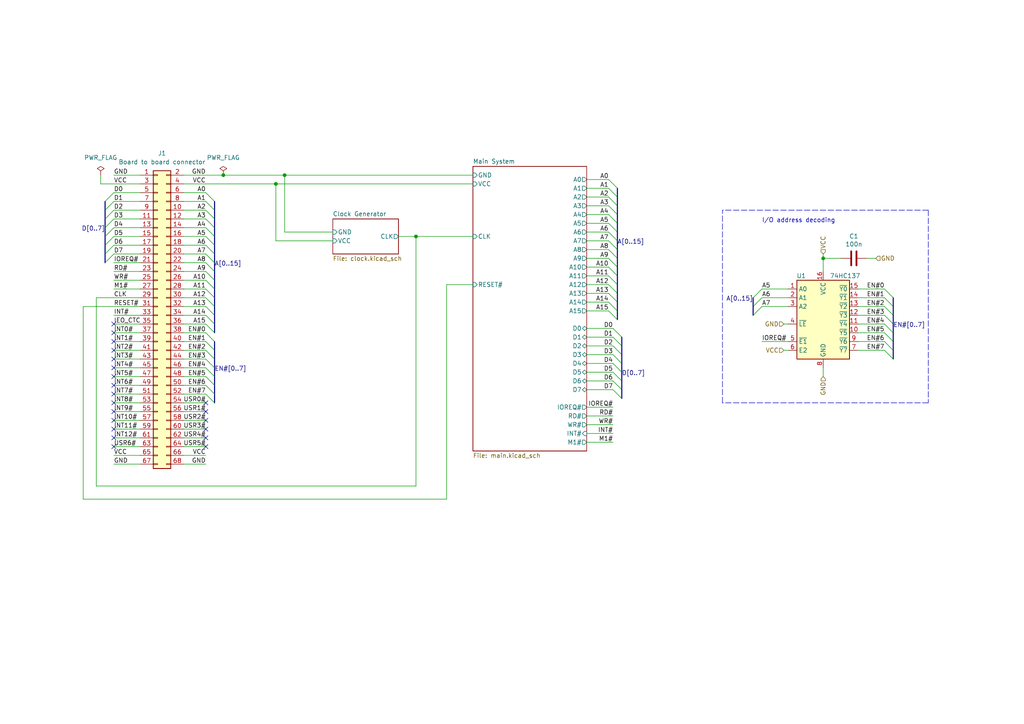
<source format=kicad_sch>
(kicad_sch (version 20231120) (generator "eeschema") (generator_version "8.0")
  (paper "A4")
  (title_block (title "ZComputer - Main Board") (date "2024-06-10") (rev "v0.1") (company "Maxime Chretien") (comment 1 "mchretien@linuxmail.org"))
  (lib_symbols
    (symbol "74xx:74HC137"
      (property "Reference" "U" (at -7.62 13.97 0))
      (property "Value" "74HC137" (at 2.54 -11.43 0))
      (symbol "74HC137_0_1"
        (rectangle (start -7.62 12.7) (end 7.62 -10.16) (stroke (width 0.254)) (fill (type background)))
      )
      (symbol "74HC137_1_1"
        (pin input line (at -10.16 10.16 0) (length 2.54) (name "A0") (number "1"))
        (pin output line (at 10.16 -2.54 180) (length 2.54) (name "~{Y5}") (number "10"))
        (pin output line (at 10.16 0 180) (length 2.54) (name "~{Y4}") (number "11"))
        (pin output line (at 10.16 2.54 180) (length 2.54) (name "~{Y3}") (number "12"))
        (pin output line (at 10.16 5.08 180) (length 2.54) (name "~{Y2}") (number "13"))
        (pin output line (at 10.16 7.62 180) (length 2.54) (name "~{Y1}") (number "14"))
        (pin output line (at 10.16 10.16 180) (length 2.54) (name "~{Y0}") (number "15"))
        (pin power_in line (at 0 15.24 270) (length 2.54) (name "VCC") (number "16"))
        (pin input line (at -10.16 7.62 0) (length 2.54) (name "A1") (number "2"))
        (pin input line (at -10.16 5.08 0) (length 2.54) (name "A2") (number "3"))
        (pin input line (at -10.16 0 0) (length 2.54) (name "~{LE}") (number "4"))
        (pin input line (at -10.16 -5.08 0) (length 2.54) (name "~{E1}") (number "5"))
        (pin input line (at -10.16 -7.62 0) (length 2.54) (name "E2") (number "6"))
        (pin output line (at 10.16 -7.62 180) (length 2.54) (name "~{Y7}") (number "7"))
        (pin power_in line (at 0 -12.7 90) (length 2.54) (name "GND") (number "8"))
        (pin output line (at 10.16 -5.08 180) (length 2.54) (name "~{Y6}") (number "9"))
      )
    )
    (symbol "Connector_Generic:Conn_02x34_Odd_Even" (pin_names (offset 1.016) hide)
      (property "Reference" "J" (at 1.27 43.18 0))
      (property "Value" "Conn_02x34_Odd_Even" (at 1.27 -45.72 0))
      (symbol "Conn_02x34_Odd_Even_1_1"
        (rectangle (start -1.27 -43.053) (end 0 -43.307) (stroke (width 0.1524)))
        (rectangle (start -1.27 -40.513) (end 0 -40.767) (stroke (width 0.1524)))
        (rectangle (start -1.27 -37.973) (end 0 -38.227) (stroke (width 0.1524)))
        (rectangle (start -1.27 -35.433) (end 0 -35.687) (stroke (width 0.1524)))
        (rectangle (start -1.27 -32.893) (end 0 -33.147) (stroke (width 0.1524)))
        (rectangle (start -1.27 -30.353) (end 0 -30.607) (stroke (width 0.1524)))
        (rectangle (start -1.27 -27.813) (end 0 -28.067) (stroke (width 0.1524)))
        (rectangle (start -1.27 -25.273) (end 0 -25.527) (stroke (width 0.1524)))
        (rectangle (start -1.27 -22.733) (end 0 -22.987) (stroke (width 0.1524)))
        (rectangle (start -1.27 -20.193) (end 0 -20.447) (stroke (width 0.1524)))
        (rectangle (start -1.27 -17.653) (end 0 -17.907) (stroke (width 0.1524)))
        (rectangle (start -1.27 -15.113) (end 0 -15.367) (stroke (width 0.1524)))
        (rectangle (start -1.27 -12.573) (end 0 -12.827) (stroke (width 0.1524)))
        (rectangle (start -1.27 -10.033) (end 0 -10.287) (stroke (width 0.1524)))
        (rectangle (start -1.27 -7.493) (end 0 -7.747) (stroke (width 0.1524)))
        (rectangle (start -1.27 -4.953) (end 0 -5.207) (stroke (width 0.1524)))
        (rectangle (start -1.27 -2.413) (end 0 -2.667) (stroke (width 0.1524)))
        (rectangle (start -1.27 0.127) (end 0 -0.127) (stroke (width 0.1524)))
        (rectangle (start -1.27 2.667) (end 0 2.413) (stroke (width 0.1524)))
        (rectangle (start -1.27 5.207) (end 0 4.953) (stroke (width 0.1524)))
        (rectangle (start -1.27 7.747) (end 0 7.493) (stroke (width 0.1524)))
        (rectangle (start -1.27 10.287) (end 0 10.033) (stroke (width 0.1524)))
        (rectangle (start -1.27 12.827) (end 0 12.573) (stroke (width 0.1524)))
        (rectangle (start -1.27 15.367) (end 0 15.113) (stroke (width 0.1524)))
        (rectangle (start -1.27 17.907) (end 0 17.653) (stroke (width 0.1524)))
        (rectangle (start -1.27 20.447) (end 0 20.193) (stroke (width 0.1524)))
        (rectangle (start -1.27 22.987) (end 0 22.733) (stroke (width 0.1524)))
        (rectangle (start -1.27 25.527) (end 0 25.273) (stroke (width 0.1524)))
        (rectangle (start -1.27 28.067) (end 0 27.813) (stroke (width 0.1524)))
        (rectangle (start -1.27 30.607) (end 0 30.353) (stroke (width 0.1524)))
        (rectangle (start -1.27 33.147) (end 0 32.893) (stroke (width 0.1524)))
        (rectangle (start -1.27 35.687) (end 0 35.433) (stroke (width 0.1524)))
        (rectangle (start -1.27 38.227) (end 0 37.973) (stroke (width 0.1524)))
        (rectangle (start -1.27 40.767) (end 0 40.513) (stroke (width 0.1524)))
        (rectangle (start -1.27 41.91) (end 3.81 -44.45) (stroke (width 0.254)) (fill (type background)))
        (rectangle (start 3.81 -43.053) (end 2.54 -43.307) (stroke (width 0.1524)))
        (rectangle (start 3.81 -40.513) (end 2.54 -40.767) (stroke (width 0.1524)))
        (rectangle (start 3.81 -37.973) (end 2.54 -38.227) (stroke (width 0.1524)))
        (rectangle (start 3.81 -35.433) (end 2.54 -35.687) (stroke (width 0.1524)))
        (rectangle (start 3.81 -32.893) (end 2.54 -33.147) (stroke (width 0.1524)))
        (rectangle (start 3.81 -30.353) (end 2.54 -30.607) (stroke (width 0.1524)))
        (rectangle (start 3.81 -27.813) (end 2.54 -28.067) (stroke (width 0.1524)))
        (rectangle (start 3.81 -25.273) (end 2.54 -25.527) (stroke (width 0.1524)))
        (rectangle (start 3.81 -22.733) (end 2.54 -22.987) (stroke (width 0.1524)))
        (rectangle (start 3.81 -20.193) (end 2.54 -20.447) (stroke (width 0.1524)))
        (rectangle (start 3.81 -17.653) (end 2.54 -17.907) (stroke (width 0.1524)))
        (rectangle (start 3.81 -15.113) (end 2.54 -15.367) (stroke (width 0.1524)))
        (rectangle (start 3.81 -12.573) (end 2.54 -12.827) (stroke (width 0.1524)))
        (rectangle (start 3.81 -10.033) (end 2.54 -10.287) (stroke (width 0.1524)))
        (rectangle (start 3.81 -7.493) (end 2.54 -7.747) (stroke (width 0.1524)))
        (rectangle (start 3.81 -4.953) (end 2.54 -5.207) (stroke (width 0.1524)))
        (rectangle (start 3.81 -2.413) (end 2.54 -2.667) (stroke (width 0.1524)))
        (rectangle (start 3.81 0.127) (end 2.54 -0.127) (stroke (width 0.1524)))
        (rectangle (start 3.81 2.667) (end 2.54 2.413) (stroke (width 0.1524)))
        (rectangle (start 3.81 5.207) (end 2.54 4.953) (stroke (width 0.1524)))
        (rectangle (start 3.81 7.747) (end 2.54 7.493) (stroke (width 0.1524)))
        (rectangle (start 3.81 10.287) (end 2.54 10.033) (stroke (width 0.1524)))
        (rectangle (start 3.81 12.827) (end 2.54 12.573) (stroke (width 0.1524)))
        (rectangle (start 3.81 15.367) (end 2.54 15.113) (stroke (width 0.1524)))
        (rectangle (start 3.81 17.907) (end 2.54 17.653) (stroke (width 0.1524)))
        (rectangle (start 3.81 20.447) (end 2.54 20.193) (stroke (width 0.1524)))
        (rectangle (start 3.81 22.987) (end 2.54 22.733) (stroke (width 0.1524)))
        (rectangle (start 3.81 25.527) (end 2.54 25.273) (stroke (width 0.1524)))
        (rectangle (start 3.81 28.067) (end 2.54 27.813) (stroke (width 0.1524)))
        (rectangle (start 3.81 30.607) (end 2.54 30.353) (stroke (width 0.1524)))
        (rectangle (start 3.81 33.147) (end 2.54 32.893) (stroke (width 0.1524)))
        (rectangle (start 3.81 35.687) (end 2.54 35.433) (stroke (width 0.1524)))
        (rectangle (start 3.81 38.227) (end 2.54 37.973) (stroke (width 0.1524)))
        (rectangle (start 3.81 40.767) (end 2.54 40.513) (stroke (width 0.1524)))
        (pin passive line (at -5.08 40.64 0) (length 3.81) (name "Pin_1") (number "1"))
        (pin passive line (at 7.62 30.48 180) (length 3.81) (name "Pin_10") (number "10"))
        (pin passive line (at -5.08 27.94 0) (length 3.81) (name "Pin_11") (number "11"))
        (pin passive line (at 7.62 27.94 180) (length 3.81) (name "Pin_12") (number "12"))
        (pin passive line (at -5.08 25.4 0) (length 3.81) (name "Pin_13") (number "13"))
        (pin passive line (at 7.62 25.4 180) (length 3.81) (name "Pin_14") (number "14"))
        (pin passive line (at -5.08 22.86 0) (length 3.81) (name "Pin_15") (number "15"))
        (pin passive line (at 7.62 22.86 180) (length 3.81) (name "Pin_16") (number "16"))
        (pin passive line (at -5.08 20.32 0) (length 3.81) (name "Pin_17") (number "17"))
        (pin passive line (at 7.62 20.32 180) (length 3.81) (name "Pin_18") (number "18"))
        (pin passive line (at -5.08 17.78 0) (length 3.81) (name "Pin_19") (number "19"))
        (pin passive line (at 7.62 40.64 180) (length 3.81) (name "Pin_2") (number "2"))
        (pin passive line (at 7.62 17.78 180) (length 3.81) (name "Pin_20") (number "20"))
        (pin passive line (at -5.08 15.24 0) (length 3.81) (name "Pin_21") (number "21"))
        (pin passive line (at 7.62 15.24 180) (length 3.81) (name "Pin_22") (number "22"))
        (pin passive line (at -5.08 12.7 0) (length 3.81) (name "Pin_23") (number "23"))
        (pin passive line (at 7.62 12.7 180) (length 3.81) (name "Pin_24") (number "24"))
        (pin passive line (at -5.08 10.16 0) (length 3.81) (name "Pin_25") (number "25"))
        (pin passive line (at 7.62 10.16 180) (length 3.81) (name "Pin_26") (number "26"))
        (pin passive line (at -5.08 7.62 0) (length 3.81) (name "Pin_27") (number "27"))
        (pin passive line (at 7.62 7.62 180) (length 3.81) (name "Pin_28") (number "28"))
        (pin passive line (at -5.08 5.08 0) (length 3.81) (name "Pin_29") (number "29"))
        (pin passive line (at -5.08 38.1 0) (length 3.81) (name "Pin_3") (number "3"))
        (pin passive line (at 7.62 5.08 180) (length 3.81) (name "Pin_30") (number "30"))
        (pin passive line (at -5.08 2.54 0) (length 3.81) (name "Pin_31") (number "31"))
        (pin passive line (at 7.62 2.54 180) (length 3.81) (name "Pin_32") (number "32"))
        (pin passive line (at -5.08 0 0) (length 3.81) (name "Pin_33") (number "33"))
        (pin passive line (at 7.62 0 180) (length 3.81) (name "Pin_34") (number "34"))
        (pin passive line (at -5.08 -2.54 0) (length 3.81) (name "Pin_35") (number "35"))
        (pin passive line (at 7.62 -2.54 180) (length 3.81) (name "Pin_36") (number "36"))
        (pin passive line (at -5.08 -5.08 0) (length 3.81) (name "Pin_37") (number "37"))
        (pin passive line (at 7.62 -5.08 180) (length 3.81) (name "Pin_38") (number "38"))
        (pin passive line (at -5.08 -7.62 0) (length 3.81) (name "Pin_39") (number "39"))
        (pin passive line (at 7.62 38.1 180) (length 3.81) (name "Pin_4") (number "4"))
        (pin passive line (at 7.62 -7.62 180) (length 3.81) (name "Pin_40") (number "40"))
        (pin passive line (at -5.08 -10.16 0) (length 3.81) (name "Pin_41") (number "41"))
        (pin passive line (at 7.62 -10.16 180) (length 3.81) (name "Pin_42") (number "42"))
        (pin passive line (at -5.08 -12.7 0) (length 3.81) (name "Pin_43") (number "43"))
        (pin passive line (at 7.62 -12.7 180) (length 3.81) (name "Pin_44") (number "44"))
        (pin passive line (at -5.08 -15.24 0) (length 3.81) (name "Pin_45") (number "45"))
        (pin passive line (at 7.62 -15.24 180) (length 3.81) (name "Pin_46") (number "46"))
        (pin passive line (at -5.08 -17.78 0) (length 3.81) (name "Pin_47") (number "47"))
        (pin passive line (at 7.62 -17.78 180) (length 3.81) (name "Pin_48") (number "48"))
        (pin passive line (at -5.08 -20.32 0) (length 3.81) (name "Pin_49") (number "49"))
        (pin passive line (at -5.08 35.56 0) (length 3.81) (name "Pin_5") (number "5"))
        (pin passive line (at 7.62 -20.32 180) (length 3.81) (name "Pin_50") (number "50"))
        (pin passive line (at -5.08 -22.86 0) (length 3.81) (name "Pin_51") (number "51"))
        (pin passive line (at 7.62 -22.86 180) (length 3.81) (name "Pin_52") (number "52"))
        (pin passive line (at -5.08 -25.4 0) (length 3.81) (name "Pin_53") (number "53"))
        (pin passive line (at 7.62 -25.4 180) (length 3.81) (name "Pin_54") (number "54"))
        (pin passive line (at -5.08 -27.94 0) (length 3.81) (name "Pin_55") (number "55"))
        (pin passive line (at 7.62 -27.94 180) (length 3.81) (name "Pin_56") (number "56"))
        (pin passive line (at -5.08 -30.48 0) (length 3.81) (name "Pin_57") (number "57"))
        (pin passive line (at 7.62 -30.48 180) (length 3.81) (name "Pin_58") (number "58"))
        (pin passive line (at -5.08 -33.02 0) (length 3.81) (name "Pin_59") (number "59"))
        (pin passive line (at 7.62 35.56 180) (length 3.81) (name "Pin_6") (number "6"))
        (pin passive line (at 7.62 -33.02 180) (length 3.81) (name "Pin_60") (number "60"))
        (pin passive line (at -5.08 -35.56 0) (length 3.81) (name "Pin_61") (number "61"))
        (pin passive line (at 7.62 -35.56 180) (length 3.81) (name "Pin_62") (number "62"))
        (pin passive line (at -5.08 -38.1 0) (length 3.81) (name "Pin_63") (number "63"))
        (pin passive line (at 7.62 -38.1 180) (length 3.81) (name "Pin_64") (number "64"))
        (pin passive line (at -5.08 -40.64 0) (length 3.81) (name "Pin_65") (number "65"))
        (pin passive line (at 7.62 -40.64 180) (length 3.81) (name "Pin_66") (number "66"))
        (pin passive line (at -5.08 -43.18 0) (length 3.81) (name "Pin_67") (number "67"))
        (pin passive line (at 7.62 -43.18 180) (length 3.81) (name "Pin_68") (number "68"))
        (pin passive line (at -5.08 33.02 0) (length 3.81) (name "Pin_7") (number "7"))
        (pin passive line (at 7.62 33.02 180) (length 3.81) (name "Pin_8") (number "8"))
        (pin passive line (at -5.08 30.48 0) (length 3.81) (name "Pin_9") (number "9"))
      )
    )
    (symbol "Device:C" (pin_numbers hide) (pin_names (offset 0.254))
      (property "Reference" "C" (at 0.635 2.54 0))
      (property "Value" "C" (at 0.635 -2.54 0))
      (symbol "C_0_1"
        (polyline (pts (xy -2.032 -0.762) (xy 2.032 -0.762)) (stroke (width 0.508)))
        (polyline (pts (xy -2.032 0.762) (xy 2.032 0.762)) (stroke (width 0.508)))
      )
      (symbol "C_1_1"
        (pin passive line (at 0 3.81 270) (length 2.794) (name "~") (number "1"))
        (pin passive line (at 0 -3.81 90) (length 2.794) (name "~") (number "2"))
      )
    )
    (symbol "power:PWR_FLAG" (power) (pin_numbers hide) (pin_names (offset 0) hide)
      (property "Value" "PWR_FLAG" (at 0 3.81 0))
      (symbol "PWR_FLAG_0_0"
        (pin power_out line (at 0 0 90) (length 0) (name "~") (number "1"))
      )
      (symbol "PWR_FLAG_0_1"
        (polyline (pts (xy 0 0) (xy 0 1.27) (xy -1.016 1.905) (xy 0 2.54) (xy 1.016 1.905) (xy 0 1.27)))
      )
    )
  )
  (junction (at 82.55 50.8))
  (junction (at 238.76 74.93))
  (junction (at 120.65 68.58))
  (junction (at 64.77 50.8))
  (junction (at 80.01 53.34))
  (no_connect (at 33.02 93.98))
  (no_connect (at 59.69 124.46))
  (no_connect (at 33.02 119.38))
  (no_connect (at 33.02 124.46))
  (no_connect (at 33.02 104.14))
  (no_connect (at 33.02 129.54))
  (no_connect (at 59.69 121.92))
  (no_connect (at 33.02 109.22))
  (no_connect (at 33.02 111.76))
  (no_connect (at 33.02 99.06))
  (no_connect (at 59.69 116.84))
  (no_connect (at 33.02 114.3))
  (no_connect (at 33.02 106.68))
  (no_connect (at 33.02 96.52))
  (no_connect (at 33.02 101.6))
  (no_connect (at 59.69 119.38))
  (no_connect (at 59.69 127))
  (no_connect (at 33.02 116.84))
  (no_connect (at 33.02 127))
  (no_connect (at 33.02 121.92))
  (no_connect (at 59.69 129.54))
  (bus_entry (at 256.54 88.9) (size 2.54 2.54))
  (bus_entry (at 59.69 73.66) (size 2.54 2.54))
  (bus_entry (at 176.53 54.61) (size 2.54 2.54))
  (bus_entry (at 59.69 83.82) (size 2.54 2.54))
  (bus_entry (at 30.48 76.2) (size 2.54 -2.54))
  (bus_entry (at 256.54 96.52) (size 2.54 2.54))
  (bus_entry (at 59.69 68.58) (size 2.54 2.54))
  (bus_entry (at 256.54 93.98) (size 2.54 2.54))
  (bus_entry (at 176.53 59.69) (size 2.54 2.54))
  (bus_entry (at 180.34 113.03) (size -2.54 -2.54))
  (bus_entry (at 220.98 86.36) (size -2.54 2.54))
  (bus_entry (at 59.69 114.3) (size 2.54 2.54))
  (bus_entry (at 176.53 72.39) (size 2.54 2.54))
  (bus_entry (at 59.69 101.6) (size 2.54 2.54))
  (bus_entry (at 256.54 83.82) (size 2.54 2.54))
  (bus_entry (at 59.69 66.04) (size 2.54 2.54))
  (bus_entry (at 30.48 60.96) (size 2.54 -2.54))
  (bus_entry (at 59.69 71.12) (size 2.54 2.54))
  (bus_entry (at 176.53 64.77) (size 2.54 2.54))
  (bus_entry (at 176.53 69.85) (size 2.54 2.54))
  (bus_entry (at 30.48 63.5) (size 2.54 -2.54))
  (bus_entry (at 176.53 52.07) (size 2.54 2.54))
  (bus_entry (at 176.53 77.47) (size 2.54 2.54))
  (bus_entry (at 59.69 88.9) (size 2.54 2.54))
  (bus_entry (at 59.69 86.36) (size 2.54 2.54))
  (bus_entry (at 30.48 68.58) (size 2.54 -2.54))
  (bus_entry (at 59.69 104.14) (size 2.54 2.54))
  (bus_entry (at 176.53 87.63) (size 2.54 2.54))
  (bus_entry (at 180.34 100.33) (size -2.54 -2.54))
  (bus_entry (at 176.53 62.23) (size 2.54 2.54))
  (bus_entry (at 180.34 97.79) (size -2.54 -2.54))
  (bus_entry (at 30.48 66.04) (size 2.54 -2.54))
  (bus_entry (at 30.48 73.66) (size 2.54 -2.54))
  (bus_entry (at 176.53 67.31) (size 2.54 2.54))
  (bus_entry (at 59.69 91.44) (size 2.54 2.54))
  (bus_entry (at 180.34 115.57) (size -2.54 -2.54))
  (bus_entry (at 176.53 80.01) (size 2.54 2.54))
  (bus_entry (at 176.53 74.93) (size 2.54 2.54))
  (bus_entry (at 176.53 82.55) (size 2.54 2.54))
  (bus_entry (at 180.34 105.41) (size -2.54 -2.54))
  (bus_entry (at 59.69 55.88) (size 2.54 2.54))
  (bus_entry (at 59.69 58.42) (size 2.54 2.54))
  (bus_entry (at 256.54 91.44) (size 2.54 2.54))
  (bus_entry (at 59.69 78.74) (size 2.54 2.54))
  (bus_entry (at 59.69 81.28) (size 2.54 2.54))
  (bus_entry (at 59.69 109.22) (size 2.54 2.54))
  (bus_entry (at 176.53 57.15) (size 2.54 2.54))
  (bus_entry (at 59.69 60.96) (size 2.54 2.54))
  (bus_entry (at 176.53 90.17) (size 2.54 2.54))
  (bus_entry (at 59.69 106.68) (size 2.54 2.54))
  (bus_entry (at 59.69 99.06) (size 2.54 2.54))
  (bus_entry (at 59.69 63.5) (size 2.54 2.54))
  (bus_entry (at 256.54 86.36) (size 2.54 2.54))
  (bus_entry (at 256.54 101.6) (size 2.54 2.54))
  (bus_entry (at 59.69 96.52) (size 2.54 2.54))
  (bus_entry (at 256.54 99.06) (size 2.54 2.54))
  (bus_entry (at 180.34 107.95) (size -2.54 -2.54))
  (bus_entry (at 30.48 71.12) (size 2.54 -2.54))
  (bus_entry (at 59.69 76.2) (size 2.54 2.54))
  (bus_entry (at 220.98 88.9) (size -2.54 2.54))
  (bus_entry (at 59.69 93.98) (size 2.54 2.54))
  (bus_entry (at 30.48 58.42) (size 2.54 -2.54))
  (bus_entry (at 220.98 83.82) (size -2.54 2.54))
  (bus_entry (at 180.34 102.87) (size -2.54 -2.54))
  (bus_entry (at 180.34 110.49) (size -2.54 -2.54))
  (bus_entry (at 59.69 111.76) (size 2.54 2.54))
  (bus_entry (at 176.53 85.09) (size 2.54 2.54))
  (wire (pts (xy 33.02 114.3) (xy 40.64 114.3)))
  (bus (pts (xy 62.23 60.96) (xy 62.23 63.5)))
  (wire (pts (xy 53.34 83.82) (xy 59.69 83.82)))
  (wire (pts (xy 33.02 109.22) (xy 40.64 109.22)))
  (bus (pts (xy 259.08 86.36) (xy 259.08 88.9)))
  (bus (pts (xy 259.08 93.98) (xy 259.08 96.52)))
  (wire (pts (xy 53.34 116.84) (xy 59.69 116.84)))
  (wire (pts (xy 33.02 71.12) (xy 40.64 71.12)))
  (bus (pts (xy 180.34 102.87) (xy 180.34 105.41)))
  (wire (pts (xy 170.18 57.15) (xy 176.53 57.15)))
  (bus (pts (xy 179.07 80.01) (xy 179.07 82.55)))
  (bus (pts (xy 62.23 93.98) (xy 62.23 96.52)))
  (wire (pts (xy 228.6 83.82) (xy 220.98 83.82)))
  (wire (pts (xy 243.84 74.93) (xy 238.76 74.93)))
  (wire (pts (xy 177.8 97.79) (xy 170.18 97.79)))
  (wire (pts (xy 248.92 101.6) (xy 256.54 101.6)))
  (wire (pts (xy 170.18 69.85) (xy 176.53 69.85)))
  (wire (pts (xy 228.6 88.9) (xy 220.98 88.9)))
  (wire (pts (xy 227.33 93.98) (xy 228.6 93.98)))
  (bus (pts (xy 179.07 87.63) (xy 179.07 90.17)))
  (wire (pts (xy 27.94 86.36) (xy 40.64 86.36)))
  (wire (pts (xy 53.34 101.6) (xy 59.69 101.6)))
  (bus (pts (xy 62.23 83.82) (xy 62.23 86.36)))
  (wire (pts (xy 53.34 129.54) (xy 59.69 129.54)))
  (wire (pts (xy 170.18 52.07) (xy 176.53 52.07)))
  (wire (pts (xy 82.55 50.8) (xy 137.16 50.8)))
  (bus (pts (xy 30.48 66.04) (xy 30.48 68.58)))
  (bus (pts (xy 179.07 67.31) (xy 179.07 69.85)))
  (wire (pts (xy 248.92 86.36) (xy 256.54 86.36)))
  (wire (pts (xy 27.94 140.97) (xy 27.94 86.36)))
  (wire (pts (xy 228.6 86.36) (xy 220.98 86.36)))
  (wire (pts (xy 170.18 118.11) (xy 177.8 118.11)))
  (bus (pts (xy 62.23 58.42) (xy 62.23 60.96)))
  (wire (pts (xy 53.34 114.3) (xy 59.69 114.3)))
  (bus (pts (xy 180.34 113.03) (xy 180.34 115.57)))
  (bus (pts (xy 62.23 106.68) (xy 62.23 109.22)))
  (wire (pts (xy 64.77 50.8) (xy 82.55 50.8)))
  (bus (pts (xy 30.48 63.5) (xy 30.48 66.04)))
  (bus (pts (xy 179.07 64.77) (xy 179.07 67.31)))
  (wire (pts (xy 33.02 68.58) (xy 40.64 68.58)))
  (wire (pts (xy 33.02 111.76) (xy 40.64 111.76)))
  (wire (pts (xy 53.34 58.42) (xy 59.69 58.42)))
  (wire (pts (xy 170.18 123.19) (xy 177.8 123.19)))
  (bus (pts (xy 179.07 72.39) (xy 179.07 74.93)))
  (wire (pts (xy 33.02 116.84) (xy 40.64 116.84)))
  (wire (pts (xy 170.18 85.09) (xy 176.53 85.09)))
  (wire (pts (xy 33.02 134.62) (xy 40.64 134.62)))
  (bus (pts (xy 62.23 114.3) (xy 62.23 116.84)))
  (bus (pts (xy 218.44 86.36) (xy 218.44 88.9)))
  (wire (pts (xy 53.34 111.76) (xy 59.69 111.76)))
  (wire (pts (xy 33.02 91.44) (xy 40.64 91.44)))
  (bus (pts (xy 62.23 63.5) (xy 62.23 66.04)))
  (wire (pts (xy 177.8 100.33) (xy 170.18 100.33)))
  (bus (pts (xy 259.08 91.44) (xy 259.08 93.98)))
  (wire (pts (xy 238.76 74.93) (xy 238.76 78.74)))
  (wire (pts (xy 53.34 121.92) (xy 59.69 121.92)))
  (bus (pts (xy 218.44 88.9) (xy 218.44 91.44)))
  (wire (pts (xy 53.34 81.28) (xy 59.69 81.28)))
  (bus (pts (xy 30.48 71.12) (xy 30.48 73.66)))
  (wire (pts (xy 177.8 95.25) (xy 170.18 95.25)))
  (wire (pts (xy 80.01 53.34) (xy 137.16 53.34)))
  (bus (pts (xy 62.23 86.36) (xy 62.23 88.9)))
  (wire (pts (xy 53.34 86.36) (xy 59.69 86.36)))
  (wire (pts (xy 177.8 107.95) (xy 170.18 107.95)))
  (wire (pts (xy 53.34 88.9) (xy 59.69 88.9)))
  (wire (pts (xy 33.02 50.8) (xy 40.64 50.8)))
  (wire (pts (xy 170.18 59.69) (xy 176.53 59.69)))
  (wire (pts (xy 33.02 127) (xy 40.64 127)))
  (wire (pts (xy 33.02 96.52) (xy 40.64 96.52)))
  (wire (pts (xy 248.92 93.98) (xy 256.54 93.98)))
  (bus (pts (xy 30.48 68.58) (xy 30.48 71.12)))
  (bus (pts (xy 62.23 68.58) (xy 62.23 71.12)))
  (bus (pts (xy 62.23 99.06) (xy 62.23 101.6)))
  (wire (pts (xy 33.02 60.96) (xy 40.64 60.96)))
  (wire (pts (xy 238.76 73.66) (xy 238.76 74.93)))
  (wire (pts (xy 33.02 124.46) (xy 40.64 124.46)))
  (wire (pts (xy 129.54 82.55) (xy 129.54 144.78)))
  (bus (pts (xy 179.07 59.69) (xy 179.07 62.23)))
  (bus (pts (xy 180.34 110.49) (xy 180.34 113.03)))
  (wire (pts (xy 53.34 109.22) (xy 59.69 109.22)))
  (wire (pts (xy 33.02 58.42) (xy 40.64 58.42)))
  (bus (pts (xy 62.23 73.66) (xy 62.23 76.2)))
  (wire (pts (xy 33.02 119.38) (xy 40.64 119.38)))
  (bus (pts (xy 62.23 66.04) (xy 62.23 68.58)))
  (wire (pts (xy 177.8 110.49) (xy 170.18 110.49)))
  (wire (pts (xy 170.18 62.23) (xy 176.53 62.23)))
  (wire (pts (xy 228.6 99.06) (xy 220.98 99.06)))
  (wire (pts (xy 33.02 106.68) (xy 40.64 106.68)))
  (bus (pts (xy 62.23 88.9) (xy 62.23 91.44)))
  (wire (pts (xy 53.34 76.2) (xy 59.69 76.2)))
  (wire (pts (xy 33.02 93.98) (xy 40.64 93.98)))
  (wire (pts (xy 228.6 101.6) (xy 227.33 101.6)))
  (wire (pts (xy 33.02 66.04) (xy 40.64 66.04)))
  (wire (pts (xy 53.34 60.96) (xy 59.69 60.96)))
  (wire (pts (xy 53.34 124.46) (xy 59.69 124.46)))
  (bus (pts (xy 259.08 96.52) (xy 259.08 99.06)))
  (wire (pts (xy 248.92 96.52) (xy 256.54 96.52)))
  (bus (pts (xy 62.23 76.2) (xy 62.23 78.74)))
  (wire (pts (xy 53.34 68.58) (xy 59.69 68.58)))
  (bus (pts (xy 259.08 101.6) (xy 259.08 104.14)))
  (wire (pts (xy 53.34 132.08) (xy 59.69 132.08)))
  (bus (pts (xy 62.23 104.14) (xy 62.23 106.68)))
  (wire (pts (xy 33.02 132.08) (xy 40.64 132.08)))
  (bus (pts (xy 62.23 109.22) (xy 62.23 111.76)))
  (wire (pts (xy 170.18 87.63) (xy 176.53 87.63)))
  (wire (pts (xy 238.76 106.68) (xy 238.76 109.22)))
  (polyline (pts (xy 209.55 116.84) (xy 209.55 60.96)) (stroke (width 0) (type dash)))
  (bus (pts (xy 179.07 57.15) (xy 179.07 59.69)))
  (wire (pts (xy 53.34 78.74) (xy 59.69 78.74)))
  (wire (pts (xy 24.13 144.78) (xy 24.13 88.9)))
  (wire (pts (xy 248.92 99.06) (xy 256.54 99.06)))
  (wire (pts (xy 115.57 68.58) (xy 120.65 68.58)))
  (bus (pts (xy 62.23 78.74) (xy 62.23 81.28)))
  (wire (pts (xy 29.21 53.34) (xy 40.64 53.34)))
  (bus (pts (xy 62.23 91.44) (xy 62.23 93.98)))
  (wire (pts (xy 53.34 99.06) (xy 59.69 99.06)))
  (wire (pts (xy 53.34 119.38) (xy 59.69 119.38)))
  (wire (pts (xy 53.34 96.52) (xy 59.69 96.52)))
  (wire (pts (xy 33.02 101.6) (xy 40.64 101.6)))
  (wire (pts (xy 170.18 77.47) (xy 176.53 77.47)))
  (wire (pts (xy 33.02 129.54) (xy 40.64 129.54)))
  (wire (pts (xy 170.18 120.65) (xy 177.8 120.65)))
  (bus (pts (xy 30.48 58.42) (xy 30.48 60.96)))
  (wire (pts (xy 53.34 53.34) (xy 80.01 53.34)))
  (bus (pts (xy 179.07 77.47) (xy 179.07 80.01)))
  (polyline (pts (xy 269.24 116.84) (xy 209.55 116.84)) (stroke (width 0) (type dash)))
  (wire (pts (xy 170.18 90.17) (xy 176.53 90.17)))
  (wire (pts (xy 96.52 69.85) (xy 80.01 69.85)))
  (bus (pts (xy 259.08 88.9) (xy 259.08 91.44)))
  (polyline (pts (xy 269.24 60.96) (xy 269.24 116.84)) (stroke (width 0) (type dash)))
  (bus (pts (xy 180.34 97.79) (xy 180.34 100.33)))
  (wire (pts (xy 170.18 67.31) (xy 176.53 67.31)))
  (bus (pts (xy 180.34 105.41) (xy 180.34 107.95)))
  (wire (pts (xy 82.55 67.31) (xy 82.55 50.8)))
  (wire (pts (xy 170.18 54.61) (xy 176.53 54.61)))
  (wire (pts (xy 53.34 50.8) (xy 64.77 50.8)))
  (wire (pts (xy 120.65 140.97) (xy 27.94 140.97)))
  (wire (pts (xy 29.21 50.8) (xy 29.21 53.34)))
  (bus (pts (xy 62.23 101.6) (xy 62.23 104.14)))
  (wire (pts (xy 80.01 69.85) (xy 80.01 53.34)))
  (wire (pts (xy 120.65 68.58) (xy 137.16 68.58)))
  (bus (pts (xy 179.07 69.85) (xy 179.07 72.39)))
  (wire (pts (xy 53.34 91.44) (xy 59.69 91.44)))
  (wire (pts (xy 33.02 99.06) (xy 40.64 99.06)))
  (bus (pts (xy 179.07 54.61) (xy 179.07 57.15)))
  (wire (pts (xy 53.34 106.68) (xy 59.69 106.68)))
  (wire (pts (xy 248.92 91.44) (xy 256.54 91.44)))
  (wire (pts (xy 33.02 73.66) (xy 40.64 73.66)))
  (wire (pts (xy 251.46 74.93) (xy 254 74.93)))
  (wire (pts (xy 170.18 64.77) (xy 176.53 64.77)))
  (polyline (pts (xy 269.24 60.96) (xy 209.55 60.96)) (stroke (width 0) (type dash)))
  (wire (pts (xy 170.18 72.39) (xy 176.53 72.39)))
  (bus (pts (xy 62.23 111.76) (xy 62.23 114.3)))
  (wire (pts (xy 33.02 63.5) (xy 40.64 63.5)))
  (bus (pts (xy 180.34 107.95) (xy 180.34 110.49)))
  (bus (pts (xy 62.23 81.28) (xy 62.23 83.82)))
  (wire (pts (xy 53.34 55.88) (xy 59.69 55.88)))
  (bus (pts (xy 259.08 99.06) (xy 259.08 101.6)))
  (wire (pts (xy 170.18 128.27) (xy 177.8 128.27)))
  (wire (pts (xy 170.18 74.93) (xy 176.53 74.93)))
  (wire (pts (xy 177.8 102.87) (xy 170.18 102.87)))
  (bus (pts (xy 180.34 100.33) (xy 180.34 102.87)))
  (wire (pts (xy 248.92 83.82) (xy 256.54 83.82)))
  (wire (pts (xy 33.02 83.82) (xy 40.64 83.82)))
  (wire (pts (xy 33.02 55.88) (xy 40.64 55.88)))
  (wire (pts (xy 53.34 104.14) (xy 59.69 104.14)))
  (wire (pts (xy 120.65 68.58) (xy 120.65 140.97)))
  (wire (pts (xy 33.02 104.14) (xy 40.64 104.14)))
  (wire (pts (xy 33.02 78.74) (xy 40.64 78.74)))
  (wire (pts (xy 33.02 76.2) (xy 40.64 76.2)))
  (wire (pts (xy 96.52 67.31) (xy 82.55 67.31)))
  (bus (pts (xy 179.07 62.23) (xy 179.07 64.77)))
  (wire (pts (xy 170.18 125.73) (xy 177.8 125.73)))
  (wire (pts (xy 53.34 93.98) (xy 59.69 93.98)))
  (wire (pts (xy 129.54 144.78) (xy 24.13 144.78)))
  (wire (pts (xy 137.16 82.55) (xy 129.54 82.55)))
  (wire (pts (xy 33.02 121.92) (xy 40.64 121.92)))
  (wire (pts (xy 53.34 71.12) (xy 59.69 71.12)))
  (wire (pts (xy 177.8 105.41) (xy 170.18 105.41)))
  (bus (pts (xy 30.48 73.66) (xy 30.48 76.2)))
  (wire (pts (xy 24.13 88.9) (xy 40.64 88.9)))
  (wire (pts (xy 53.34 73.66) (xy 59.69 73.66)))
  (wire (pts (xy 170.18 82.55) (xy 176.53 82.55)))
  (bus (pts (xy 62.23 71.12) (xy 62.23 73.66)))
  (bus (pts (xy 30.48 60.96) (xy 30.48 63.5)))
  (wire (pts (xy 177.8 113.03) (xy 170.18 113.03)))
  (bus (pts (xy 179.07 74.93) (xy 179.07 77.47)))
  (bus (pts (xy 179.07 90.17) (xy 179.07 92.71)))
  (bus (pts (xy 179.07 82.55) (xy 179.07 85.09)))
  (bus (pts (xy 179.07 85.09) (xy 179.07 87.63)))
  (wire (pts (xy 53.34 63.5) (xy 59.69 63.5)))
  (wire (pts (xy 170.18 80.01) (xy 176.53 80.01)))
  (wire (pts (xy 53.34 134.62) (xy 59.69 134.62)))
  (wire (pts (xy 53.34 66.04) (xy 59.69 66.04)))
  (wire (pts (xy 248.92 88.9) (xy 256.54 88.9)))
  (wire (pts (xy 53.34 127) (xy 59.69 127)))
  (wire (pts (xy 33.02 81.28) (xy 40.64 81.28)))
  (text "I/O address decoding" (at 220.98 64.77 0) (effects (font (size 1.27 1.27)) (justify left bottom)))
  (label "INT10#" (at 33.02 121.92 0))
  (label "A13" (at 176.53 85.09 180))
  (label "INT0#" (at 33.02 96.52 0))
  (label "D6" (at 177.8 110.49 180))
  (label "CLK" (at 33.02 86.36 0))
  (label "IOREQ#" (at 177.8 118.11 180))
  (label "INT#" (at 33.02 91.44 0))
  (label "EN#5" (at 256.54 96.52 180))
  (label "A6" (at 176.53 67.31 180))
  (label "USR5#" (at 59.69 129.54 180))
  (label "INT6#" (at 33.02 111.76 0))
  (label "INT8#" (at 33.02 116.84 0))
  (label "A5" (at 59.69 68.58 180))
  (label "A3" (at 176.53 59.69 180))
  (label "USR2#" (at 59.69 121.92 180))
  (label "IOREQ#" (at 220.98 99.06 0))
  (label "USR3#" (at 59.69 124.46 180))
  (label "EN#5" (at 59.69 109.22 180))
  (label "EN#4" (at 59.69 106.68 180))
  (label "VCC" (at 33.02 53.34 0))
  (label "D7" (at 177.8 113.03 180))
  (label "USR1#" (at 59.69 119.38 180))
  (label "WR#" (at 33.02 81.28 0))
  (label "A10" (at 176.53 77.47 180))
  (label "A[0..15]" (at 218.44 87.63 180))
  (label "M1#" (at 177.8 128.27 180))
  (label "D4" (at 33.02 66.04 0))
  (label "EN#3" (at 256.54 91.44 180))
  (label "D4" (at 177.8 105.41 180))
  (label "EN#2" (at 256.54 88.9 180))
  (label "A15" (at 59.69 93.98 180))
  (label "INT12#" (at 33.02 127 0))
  (label "A11" (at 59.69 83.82 180))
  (label "A9" (at 176.53 74.93 180))
  (label "D7" (at 33.02 73.66 0))
  (label "INT1#" (at 33.02 99.06 0))
  (label "A7" (at 176.53 69.85 180))
  (label "A13" (at 59.69 88.9 180))
  (label "A4" (at 59.69 66.04 180))
  (label "INT2#" (at 33.02 101.6 0))
  (label "A7" (at 59.69 73.66 180))
  (label "EN#6" (at 256.54 99.06 180))
  (label "EN#3" (at 59.69 104.14 180))
  (label "GND" (at 59.69 50.8 180))
  (label "M1#" (at 33.02 83.82 0))
  (label "A[0..15]" (at 62.23 77.47 0))
  (label "A2" (at 59.69 60.96 180))
  (label "EN#[0..7]" (at 259.08 95.25 0))
  (label "EN#0" (at 59.69 96.52 180))
  (label "D2" (at 177.8 100.33 180))
  (label "D2" (at 33.02 60.96 0))
  (label "EN#7" (at 59.69 114.3 180))
  (label "A8" (at 176.53 72.39 180))
  (label "EN#0" (at 256.54 83.82 180))
  (label "INT7#" (at 33.02 114.3 0))
  (label "D3" (at 33.02 63.5 0))
  (label "A8" (at 59.69 76.2 180))
  (label "A5" (at 176.53 64.77 180))
  (label "A15" (at 176.53 90.17 180))
  (label "INT11#" (at 33.02 124.46 0))
  (label "GND" (at 59.69 134.62 180))
  (label "A3" (at 59.69 63.5 180))
  (label "INT4#" (at 33.02 106.68 0))
  (label "INT3#" (at 33.02 104.14 0))
  (label "D[0..7]" (at 30.48 67.31 180))
  (label "USR0#" (at 59.69 116.84 180))
  (label "EN#1" (at 59.69 99.06 180))
  (label "A4" (at 176.53 62.23 180))
  (label "A2" (at 176.53 57.15 180))
  (label "WR#" (at 177.8 123.19 180))
  (label "D1" (at 177.8 97.79 180))
  (label "VCC" (at 59.69 53.34 180))
  (label "A7" (at 220.98 88.9 0))
  (label "GND" (at 33.02 50.8 0))
  (label "A11" (at 176.53 80.01 180))
  (label "A[0..15]" (at 179.07 71.12 0))
  (label "A0" (at 176.53 52.07 180))
  (label "A10" (at 59.69 81.28 180))
  (label "D1" (at 33.02 58.42 0))
  (label "EN#1" (at 256.54 86.36 180))
  (label "D6" (at 33.02 71.12 0))
  (label "A1" (at 59.69 58.42 180))
  (label "A5" (at 220.98 83.82 0))
  (label "VCC" (at 33.02 132.08 0))
  (label "D5" (at 177.8 107.95 180))
  (label "IEO_CTC" (at 33.02 93.98 0))
  (label "A14" (at 176.53 87.63 180))
  (label "EN#2" (at 59.69 101.6 180))
  (label "D0" (at 177.8 95.25 180))
  (label "D[0..7]" (at 180.34 109.22 0))
  (label "RESET#" (at 33.02 88.9 0))
  (label "USR6#" (at 33.02 129.54 0))
  (label "INT9#" (at 33.02 119.38 0))
  (label "A12" (at 176.53 82.55 180))
  (label "VCC" (at 59.69 132.08 180))
  (label "EN#6" (at 59.69 111.76 180))
  (label "INT5#" (at 33.02 109.22 0))
  (label "D5" (at 33.02 68.58 0))
  (label "A9" (at 59.69 78.74 180))
  (label "EN#[0..7]" (at 62.23 107.95 0))
  (label "A1" (at 176.53 54.61 180))
  (label "A6" (at 220.98 86.36 0))
  (label "D3" (at 177.8 102.87 180))
  (label "A12" (at 59.69 86.36 180))
  (label "USR4#" (at 59.69 127 180))
  (label "RD#" (at 33.02 78.74 0))
  (label "GND" (at 33.02 134.62 0))
  (label "A6" (at 59.69 71.12 180))
  (label "INT#" (at 177.8 125.73 180))
  (label "A14" (at 59.69 91.44 180))
  (label "EN#4" (at 256.54 93.98 180))
  (label "A0" (at 59.69 55.88 180))
  (label "D0" (at 33.02 55.88 0))
  (label "IOREQ#" (at 33.02 76.2 0))
  (label "RD#" (at 177.8 120.65 180))
  (label "EN#7" (at 256.54 101.6 180))
  (hierarchical_label "GND" (shape input) (at 254 74.93 0))
  (hierarchical_label "VCC" (shape input) (at 227.33 101.6 180))
  (hierarchical_label "GND" (shape input) (at 227.33 93.98 180))
  (hierarchical_label "VCC" (shape input) (at 238.76 73.66 90))
  (hierarchical_label "GND" (shape input) (at 238.76 109.22 270))
  (symbol (lib_id "power:PWR_FLAG") (at 29.21 50.8 0) (unit 1)
    (property "Reference" "#FLG01" (effects (hide yes)))
    (property "Value" "PWR_FLAG" (at 29.21 45.72 0))
    (property "Description" "Special symbol for telling ERC where power comes from" (effects (hide yes)))
  )
  (symbol (lib_id "Connector_Generic:Conn_02x34_Odd_Even") (at 45.72 91.44 0) (unit 1)
    (property "Reference" "J1" (at 46.99 44.45 0))
    (property "Value" "Board to board connector" (at 46.99 46.99 0))
    (property "Description" "Generic connector, double row, 02x34, odd/even pin numbering scheme (row 1 odd numbers, row 2 even numbers), script generated (kicad-library-utils/schlib/autogen/connector/)" (effects (hide yes)))
  )
  (symbol (lib_id "Device:C") (at 247.65 74.93 270) (unit 1)
    (property "Reference" "C1" (at 247.65 68.5292 90))
    (property "Value" "100n" (at 247.65 70.8406 90))
  )
  (symbol (lib_id "74xx:74HC137") (at 238.76 93.98 0) (unit 1)
    (property "Reference" "U1" (at 232.41 80.01 0))
    (property "Value" "74HC137" (at 245.11 80.01 0))
    (property "Datasheet" "http://www.ti.com/lit/ds/symlink/cd74hc237.pdf" (effects (hide yes)))
  )
  (symbol (lib_id "power:PWR_FLAG") (at 64.77 50.8 0) (unit 1)
    (property "Reference" "#FLG02" (effects (hide yes)))
    (property "Value" "PWR_FLAG" (at 64.77 45.72 0))
    (property "Description" "Special symbol for telling ERC where power comes from" (effects (hide yes)))
  )
  (sheet (at 137.16 48.26) (size 33.02 82.55) (stroke (width 0.1524))
    (property "Sheetname" "Main System" (at 137.16 47.5484 0) (effects (justify left bottom)))
    (property "Sheetfile" "main.kicad_sch" (at 137.16 131.3946 0) (effects (justify left top)))
    (pin "VCC" input (at 137.16 53.34 180))
    (pin "GND" input (at 137.16 50.8 180))
    (pin "A13" output (at 170.18 85.09 0))
    (pin "A15" output (at 170.18 90.17 0))
    (pin "A14" output (at 170.18 87.63 0))
    (pin "A10" output (at 170.18 77.47 0))
    (pin "A11" output (at 170.18 80.01 0))
    (pin "A12" output (at 170.18 82.55 0))
    (pin "D6" bidirectional (at 170.18 110.49 0))
    (pin "D5" bidirectional (at 170.18 107.95 0))
    (pin "D7" bidirectional (at 170.18 113.03 0))
    (pin "D4" bidirectional (at 170.18 105.41 0))
    (pin "IOREQ#" output (at 170.18 118.11 0))
    (pin "M1#" output (at 170.18 128.27 0))
    (pin "CLK" input (at 137.16 68.58 180))
    (pin "RESET#" input (at 137.16 82.55 180))
    (pin "RD#" output (at 170.18 120.65 0))
    (pin "WR#" output (at 170.18 123.19 0))
    (pin "INT#" input (at 170.18 125.73 0))
    (pin "A4" output (at 170.18 62.23 0))
    (pin "A0" output (at 170.18 52.07 0))
    (pin "A2" output (at 170.18 57.15 0))
    (pin "A1" output (at 170.18 54.61 0))
    (pin "A3" output (at 170.18 59.69 0))
    (pin "D3" bidirectional (at 170.18 102.87 0))
    (pin "D2" bidirectional (at 170.18 100.33 0))
    (pin "D1" bidirectional (at 170.18 97.79 0))
    (pin "D0" bidirectional (at 170.18 95.25 0))
    (pin "A5" output (at 170.18 64.77 0))
    (pin "A6" output (at 170.18 67.31 0))
    (pin "A7" output (at 170.18 69.85 0))
    (pin "A8" output (at 170.18 72.39 0))
    (pin "A9" output (at 170.18 74.93 0))
  )
  (sheet (at 96.52 63.5) (size 19.05 10.16) (stroke (width 0.1524))
    (property "Sheetname" "Clock Generator" (at 96.52 62.7884 0) (effects (justify left bottom)))
    (property "Sheetfile" "clock.kicad_sch" (at 96.52 74.2446 0) (effects (justify left top)))
    (pin "VCC" input (at 96.52 69.85 180))
    (pin "GND" input (at 96.52 67.31 180))
    (pin "CLK" output (at 115.57 68.58 0))
  )
)
</source>
